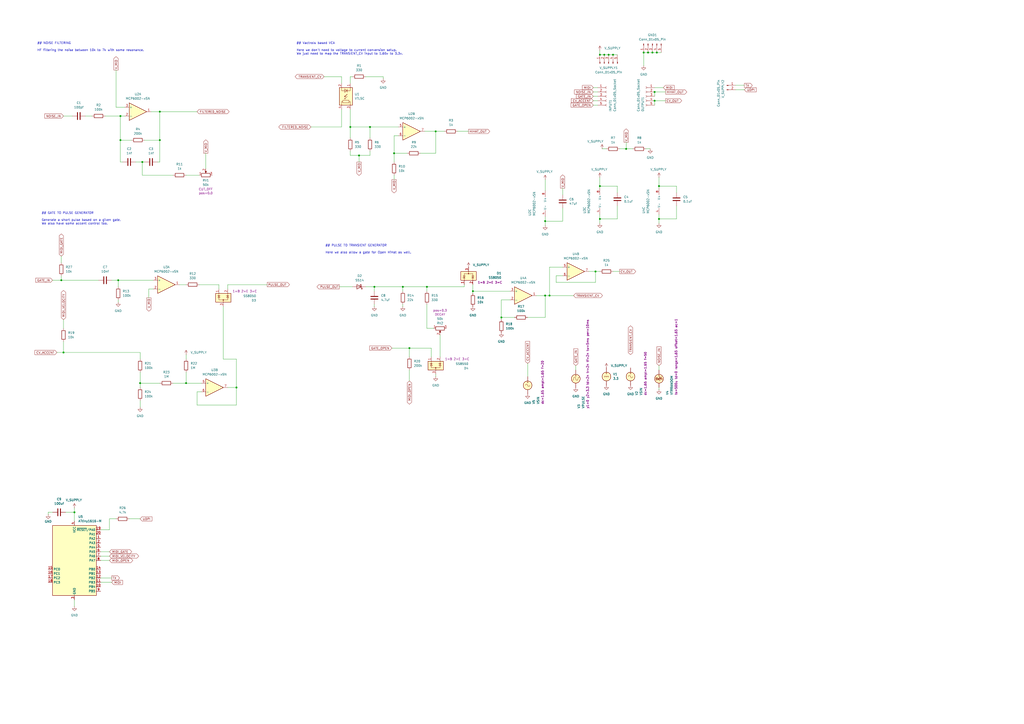
<source format=kicad_sch>
(kicad_sch (version 20231120) (generator "eeschema") (generator_version "8.0")
  (paper "A2")
  (junction (at 318.77 171.45))
  (junction (at 68.58 162.56))
  (junction (at 350.52 31.75))
  (junction (at 137.16 224.79))
  (junction (at 274.32 168.91))
  (junction (at 375.92 30.48))
  (junction (at 379.73 58.42))
  (junction (at 92.71 81.28))
  (junction (at 237.49 201.93))
  (junction (at 347.98 31.75))
  (junction (at 247.65 166.37))
  (junction (at 252.73 76.2))
  (junction (at 355.6 31.75))
  (junction (at 379.73 53.34))
  (junction (at 381 30.48))
  (junction (at 363.22 86.36))
  (junction (at 81.28 222.25))
  (junction (at 35.56 162.56))
  (junction (at 290.83 184.15))
  (junction (at 208.28 90.17))
  (junction (at 36.83 204.47))
  (junction (at 203.2 73.66))
  (junction (at 378.46 30.48))
  (junction (at 228.6 88.9))
  (junction (at 382.27 127))
  (junction (at 214.63 73.66))
  (junction (at 316.23 128.27))
  (junction (at 69.85 81.28))
  (junction (at 69.85 67.31))
  (junction (at 107.95 222.25))
  (junction (at 82.55 93.98))
  (junction (at 92.71 64.77))
  (junction (at 345.44 157.48))
  (junction (at 347.98 127))
  (junction (at 217.17 166.37))
  (junction (at 316.23 171.45))
  (junction (at 353.06 31.75))
  (junction (at 233.68 166.37))
  (junction (at 382.27 107.95))
  (junction (at 373.38 30.48))
  (junction (at 347.98 107.95))
  (junction (at 43.18 297.18))
  (wire (pts (xy 196.85 166.37) (xy 204.47 166.37)))
  (wire (pts (xy 382.27 107.95) (xy 382.27 109.22)))
  (wire (pts (xy 203.2 87.63) (xy 203.2 90.17)))
  (wire (pts (xy 252.73 218.44) (xy 252.73 217.17)))
  (wire (pts (xy 35.56 148.59) (xy 35.56 152.4)))
  (wire (pts (xy 326.39 154.94) (xy 318.77 154.94)))
  (wire (pts (xy 137.16 224.79) (xy 137.16 234.95)))
  (wire (pts (xy 68.58 175.26) (xy 68.58 173.99)))
  (wire (pts (xy 33.02 204.47) (xy 36.83 204.47)))
  (wire (pts (xy 392.43 119.38) (xy 392.43 127)))
  (wire (pts (xy 81.28 215.9) (xy 81.28 222.25)))
  (wire (pts (xy 74.93 300.99) (xy 81.28 300.99)))
  (wire (pts (xy 382.27 226.06) (xy 382.27 224.79)))
  (wire (pts (xy 392.43 111.76) (xy 392.43 107.95)))
  (wire (pts (xy 252.73 88.9) (xy 243.84 88.9)))
  (wire (pts (xy 35.56 162.56) (xy 57.15 162.56)))
  (wire (pts (xy 107.95 205.74) (xy 107.95 208.28)))
  (wire (pts (xy 81.28 222.25) (xy 81.28 224.79)))
  (wire (pts (xy 132.08 165.1) (xy 132.08 167.64)))
  (wire (pts (xy 228.6 88.9) (xy 228.6 78.74)))
  (wire (pts (xy 233.68 176.53) (xy 233.68 177.8)))
  (wire (pts (xy 298.45 184.15) (xy 290.83 184.15)))
  (wire (pts (xy 36.83 204.47) (xy 81.28 204.47)))
  (wire (pts (xy 58.42 335.28) (xy 64.77 335.28)))
  (wire (pts (xy 344.17 53.34) (xy 346.71 53.34)))
  (wire (pts (xy 316.23 128.27) (xy 316.23 130.81)))
  (wire (pts (xy 69.85 93.98) (xy 69.85 81.28)))
  (wire (pts (xy 250.19 201.93) (xy 250.19 207.01)))
  (wire (pts (xy 347.98 107.95) (xy 358.14 107.95)))
  (wire (pts (xy 344.17 60.96) (xy 346.71 60.96)))
  (wire (pts (xy 355.6 31.75) (xy 358.14 31.75)))
  (wire (pts (xy 379.73 53.34) (xy 386.08 53.34)))
  (wire (pts (xy 83.82 81.28) (xy 92.71 81.28)))
  (wire (pts (xy 316.23 171.45) (xy 318.77 171.45)))
  (wire (pts (xy 228.6 78.74) (xy 231.14 78.74)))
  (wire (pts (xy 326.39 120.65) (xy 326.39 128.27)))
  (wire (pts (xy 86.36 167.64) (xy 86.36 172.72)))
  (wire (pts (xy 76.2 81.28) (xy 69.85 81.28)))
  (wire (pts (xy 316.23 104.14) (xy 316.23 110.49)))
  (wire (pts (xy 347.98 31.75) (xy 350.52 31.75)))
  (wire (pts (xy 345.44 157.48) (xy 345.44 163.83)))
  (wire (pts (xy 358.14 111.76) (xy 358.14 107.95)))
  (wire (pts (xy 341.63 157.48) (xy 345.44 157.48)))
  (wire (pts (xy 212.09 166.37) (xy 217.17 166.37)))
  (wire (pts (xy 36.83 185.42) (xy 36.83 190.5)))
  (wire (pts (xy 58.42 322.58) (xy 63.5 322.58)))
  (wire (pts (xy 91.44 93.98) (xy 92.71 93.98)))
  (wire (pts (xy 27.94 297.18) (xy 27.94 298.45)))
  (wire (pts (xy 347.98 102.87) (xy 347.98 107.95)))
  (wire (pts (xy 237.49 201.93) (xy 250.19 201.93)))
  (wire (pts (xy 228.6 101.6) (xy 228.6 104.14)))
  (wire (pts (xy 326.39 113.03) (xy 326.39 109.22)))
  (wire (pts (xy 107.95 101.6) (xy 115.57 101.6)))
  (wire (pts (xy 358.14 119.38) (xy 358.14 127)))
  (wire (pts (xy 381 30.48) (xy 383.54 30.48)))
  (wire (pts (xy 100.33 101.6) (xy 82.55 101.6)))
  (wire (pts (xy 107.95 215.9) (xy 107.95 222.25)))
  (wire (pts (xy 316.23 184.15) (xy 316.23 171.45)))
  (wire (pts (xy 129.54 208.28) (xy 137.16 208.28)))
  (wire (pts (xy 363.22 82.55) (xy 363.22 86.36)))
  (wire (pts (xy 344.17 50.8) (xy 346.71 50.8)))
  (wire (pts (xy 363.22 86.36) (xy 367.03 86.36)))
  (wire (pts (xy 114.3 234.95) (xy 114.3 227.33)))
  (wire (pts (xy 203.2 90.17) (xy 208.28 90.17)))
  (wire (pts (xy 92.71 93.98) (xy 92.71 81.28)))
  (wire (pts (xy 53.34 67.31) (xy 49.53 67.31)))
  (wire (pts (xy 78.74 93.98) (xy 82.55 93.98)))
  (wire (pts (xy 318.77 154.94) (xy 318.77 171.45)))
  (wire (pts (xy 353.06 31.75) (xy 355.6 31.75)))
  (wire (pts (xy 198.12 73.66) (xy 198.12 63.5)))
  (wire (pts (xy 334.01 212.09) (xy 334.01 214.63)))
  (wire (pts (xy 137.16 208.28) (xy 137.16 224.79)))
  (wire (pts (xy 252.73 76.2) (xy 252.73 88.9)))
  (wire (pts (xy 222.25 44.45) (xy 212.09 44.45)))
  (wire (pts (xy 373.38 30.48) (xy 375.92 30.48)))
  (wire (pts (xy 347.98 124.46) (xy 347.98 127)))
  (wire (pts (xy 377.19 86.36) (xy 374.65 86.36)))
  (wire (pts (xy 379.73 50.8) (xy 384.81 50.8)))
  (wire (pts (xy 322.58 163.83) (xy 322.58 160.02)))
  (wire (pts (xy 72.39 62.23) (xy 67.31 62.23)))
  (wire (pts (xy 322.58 160.02) (xy 326.39 160.02)))
  (wire (pts (xy 114.3 227.33) (xy 116.84 227.33)))
  (wire (pts (xy 382.27 107.95) (xy 392.43 107.95)))
  (wire (pts (xy 217.17 168.91) (xy 217.17 166.37)))
  (wire (pts (xy 382.27 102.87) (xy 382.27 107.95)))
  (wire (pts (xy 344.17 55.88) (xy 346.71 55.88)))
  (wire (pts (xy 38.1 297.18) (xy 43.18 297.18)))
  (wire (pts (xy 373.38 30.48) (xy 373.38 38.1)))
  (wire (pts (xy 228.6 88.9) (xy 228.6 93.98)))
  (wire (pts (xy 92.71 64.77) (xy 87.63 64.77)))
  (wire (pts (xy 349.25 86.36) (xy 351.79 86.36)))
  (wire (pts (xy 208.28 90.17) (xy 208.28 93.98)))
  (wire (pts (xy 347.98 31.75) (xy 347.98 29.21)))
  (wire (pts (xy 231.14 73.66) (xy 214.63 73.66)))
  (wire (pts (xy 271.78 76.2) (xy 265.43 76.2)))
  (wire (pts (xy 69.85 67.31) (xy 72.39 67.31)))
  (wire (pts (xy 247.65 166.37) (xy 233.68 166.37)))
  (wire (pts (xy 379.73 53.34) (xy 379.73 55.88)))
  (wire (pts (xy 100.33 222.25) (xy 107.95 222.25)))
  (wire (pts (xy 68.58 162.56) (xy 64.77 162.56)))
  (wire (pts (xy 180.34 73.66) (xy 198.12 73.66)))
  (wire (pts (xy 290.83 184.15) (xy 290.83 185.42)))
  (wire (pts (xy 217.17 177.8) (xy 217.17 176.53)))
  (wire (pts (xy 208.28 90.17) (xy 214.63 90.17)))
  (wire (pts (xy 30.48 297.18) (xy 27.94 297.18)))
  (wire (pts (xy 60.96 67.31) (xy 69.85 67.31)))
  (wire (pts (xy 119.38 88.9) (xy 119.38 97.79)))
  (wire (pts (xy 107.95 222.25) (xy 116.84 222.25)))
  (wire (pts (xy 30.48 162.56) (xy 35.56 162.56)))
  (wire (pts (xy 35.56 160.02) (xy 35.56 162.56)))
  (wire (pts (xy 36.83 198.12) (xy 36.83 204.47)))
  (wire (pts (xy 382.27 212.09) (xy 382.27 214.63)))
  (wire (pts (xy 154.94 165.1) (xy 132.08 165.1)))
  (wire (pts (xy 63.5 300.99) (xy 67.31 300.99)))
  (wire (pts (xy 43.18 297.18) (xy 43.18 302.26)))
  (wire (pts (xy 378.46 30.48) (xy 381 30.48)))
  (wire (pts (xy 214.63 73.66) (xy 214.63 80.01)))
  (wire (pts (xy 137.16 234.95) (xy 114.3 234.95)))
  (wire (pts (xy 306.07 210.82) (xy 306.07 218.44)))
  (wire (pts (xy 132.08 224.79) (xy 137.16 224.79)))
  (wire (pts (xy 81.28 232.41) (xy 81.28 236.22)))
  (wire (pts (xy 203.2 73.66) (xy 214.63 73.66)))
  (wire (pts (xy 247.65 166.37) (xy 269.24 166.37)))
  (wire (pts (xy 344.17 58.42) (xy 346.71 58.42)))
  (wire (pts (xy 88.9 167.64) (xy 86.36 167.64)))
  (wire (pts (xy 233.68 168.91) (xy 233.68 166.37)))
  (wire (pts (xy 81.28 222.25) (xy 92.71 222.25)))
  (wire (pts (xy 252.73 76.2) (xy 257.81 76.2)))
  (wire (pts (xy 379.73 58.42) (xy 379.73 60.96)))
  (wire (pts (xy 318.77 171.45) (xy 332.74 171.45)))
  (wire (pts (xy 237.49 207.01) (xy 237.49 201.93)))
  (wire (pts (xy 82.55 101.6) (xy 82.55 93.98)))
  (wire (pts (xy 345.44 163.83) (xy 322.58 163.83)))
  (wire (pts (xy 127 165.1) (xy 127 167.64)))
  (wire (pts (xy 58.42 307.34) (xy 63.5 307.34)))
  (wire (pts (xy 274.32 168.91) (xy 274.32 170.18)))
  (wire (pts (xy 269.24 165.1) (xy 269.24 166.37)))
  (wire (pts (xy 222.25 45.72) (xy 222.25 44.45)))
  (wire (pts (xy 290.83 173.99) (xy 295.91 173.99)))
  (wire (pts (xy 187.96 44.45) (xy 198.12 44.45)))
  (wire (pts (xy 326.39 128.27) (xy 316.23 128.27)))
  (wire (pts (xy 379.73 58.42) (xy 386.08 58.42)))
  (wire (pts (xy 247.65 168.91) (xy 247.65 166.37)))
  (wire (pts (xy 81.28 204.47) (xy 81.28 208.28)))
  (wire (pts (xy 82.55 93.98) (xy 83.82 93.98)))
  (wire (pts (xy 63.5 307.34) (xy 63.5 300.99)))
  (wire (pts (xy 251.46 190.5) (xy 247.65 190.5)))
  (wire (pts (xy 382.27 127) (xy 382.27 129.54)))
  (wire (pts (xy 316.23 125.73) (xy 316.23 128.27)))
  (wire (pts (xy 347.98 107.95) (xy 347.98 109.22)))
  (wire (pts (xy 392.43 127) (xy 382.27 127)))
  (wire (pts (xy 227.33 201.93) (xy 237.49 201.93)))
  (wire (pts (xy 255.27 194.31) (xy 255.27 207.01)))
  (wire (pts (xy 290.83 184.15) (xy 290.83 173.99)))
  (wire (pts (xy 350.52 31.75) (xy 353.06 31.75)))
  (wire (pts (xy 347.98 157.48) (xy 345.44 157.48)))
  (wire (pts (xy 382.27 124.46) (xy 382.27 127)))
  (wire (pts (xy 115.57 165.1) (xy 127 165.1)))
  (wire (pts (xy 203.2 63.5) (xy 203.2 73.66)))
  (wire (pts (xy 237.49 214.63) (xy 237.49 220.98)))
  (wire (pts (xy 67.31 40.64) (xy 67.31 62.23)))
  (wire (pts (xy 426.72 52.07) (xy 431.8 52.07)))
  (wire (pts (xy 359.41 86.36) (xy 363.22 86.36)))
  (wire (pts (xy 129.54 177.8) (xy 129.54 208.28)))
  (wire (pts (xy 426.72 49.53) (xy 431.8 49.53)))
  (wire (pts (xy 58.42 325.12) (xy 63.5 325.12)))
  (wire (pts (xy 295.91 168.91) (xy 274.32 168.91)))
  (wire (pts (xy 355.6 157.48) (xy 359.41 157.48)))
  (wire (pts (xy 203.2 73.66) (xy 203.2 80.01)))
  (wire (pts (xy 36.83 67.31) (xy 41.91 67.31)))
  (wire (pts (xy 58.42 320.04) (xy 63.5 320.04)))
  (wire (pts (xy 358.14 127) (xy 347.98 127)))
  (wire (pts (xy 347.98 127) (xy 347.98 129.54)))
  (wire (pts (xy 214.63 90.17) (xy 214.63 87.63)))
  (wire (pts (xy 68.58 166.37) (xy 68.58 162.56)))
  (wire (pts (xy 204.47 44.45) (xy 203.2 44.45)))
  (wire (pts (xy 107.95 165.1) (xy 104.14 165.1)))
  (wire (pts (xy 203.2 44.45) (xy 203.2 48.26)))
  (wire (pts (xy 246.38 76.2) (xy 252.73 76.2)))
  (wire (pts (xy 233.68 166.37) (xy 217.17 166.37)))
  (wire (pts (xy 68.58 162.56) (xy 88.9 162.56)))
  (wire (pts (xy 92.71 64.77) (xy 114.3 64.77)))
  (wire (pts (xy 43.18 347.98) (xy 43.18 351.79)))
  (wire (pts (xy 69.85 81.28) (xy 69.85 67.31)))
  (wire (pts (xy 198.12 44.45) (xy 198.12 48.26)))
  (wire (pts (xy 58.42 337.82) (xy 64.77 337.82)))
  (wire (pts (xy 43.18 294.64) (xy 43.18 297.18)))
  (wire (pts (xy 71.12 93.98) (xy 69.85 93.98)))
  (wire (pts (xy 316.23 171.45) (xy 311.15 171.45)))
  (wire (pts (xy 375.92 30.48) (xy 378.46 30.48)))
  (wire (pts (xy 92.71 81.28) (xy 92.71 64.77)))
  (wire (pts (xy 306.07 184.15) (xy 316.23 184.15)))
  (wire (pts (xy 236.22 88.9) (xy 228.6 88.9)))
  (wire (pts (xy 247.65 176.53) (xy 247.65 190.5)))
  (wire (pts (xy 274.32 165.1) (xy 274.32 168.91)))
  (text "## NOISE FILTERING\n\nHF filtering the noise between 10k to 7k with some resonance." (at 21.59 27.178 0) (effects (font (size 1.27 1.27)) (justify left)))
  (text "## Vactrols based VCA\n\nHere we don't need to voltage to current conversion setup.\nWe just need to map the TRANSIENT_CV input to 1.65v to 3.3v. " (at 171.958 28.194 0) (effects (font (size 1.27 1.27)) (justify left)))
  (text "## GATE TO PULSE GENERATOR\n\nGenerate a short pulse based on a given gate.\nWe also have some accent control too." (at 24.13 126.746 0) (effects (font (size 1.27 1.27)) (justify left)))
  (text "## PULSE TO TRANSIENT GENERATOR\n\nHere we also allow a gate for Open HiHat as well." (at 188.722 144.526 0) (effects (font (size 1.27 1.27)) (justify left)))
  (global_label "NOISE_IN" (shape input) (at 382.27 212.09 90) (property "Intersheetrefs" "${INTERSHEET_REFS}" (effects (hide yes))))
  (global_label "V_MID" (shape output) (at 119.38 88.9 90) (property "Intersheetrefs" "${INTERSHEET_REFS}" (effects (hide yes))))
  (global_label "TRANSIENT_CV" (shape bidirectional) (at 187.96 44.45 180) (property "Intersheetrefs" "${INTERSHEET_REFS}" (effects (hide yes))))
  (global_label "V_MID" (shape output) (at 67.31 40.64 90) (property "Intersheetrefs" "${INTERSHEET_REFS}" (effects (hide yes))))
  (global_label "MIDI_VELOCITY" (shape bidirectional) (at 36.83 185.42 90) (property "Intersheetrefs" "${INTERSHEET_REFS}" (effects (hide yes))))
  (global_label "CV_OUT" (shape output) (at 359.41 157.48 0) (property "Intersheetrefs" "${INTERSHEET_REFS}" (effects (hide yes))))
  (global_label "GATE_IN" (shape input) (at 344.17 55.88 180) (property "Intersheetrefs" "${INTERSHEET_REFS}" (effects (hide yes))))
  (global_label "UDPI" (shape input) (at 431.8 52.07 0) (property "Intersheetrefs" "${INTERSHEET_REFS}" (effects (hide yes))))
  (global_label "MIDI_GATE" (shape bidirectional) (at 63.5 320.04 0) (property "Intersheetrefs" "${INTERSHEET_REFS}" (effects (hide yes))))
  (global_label "CV_ACCENT" (shape input) (at 306.07 210.82 90) (property "Intersheetrefs" "${INTERSHEET_REFS}" (effects (hide yes))))
  (global_label "GATE_IN" (shape input) (at 30.48 162.56 180) (property "Intersheetrefs" "${INTERSHEET_REFS}" (effects (hide yes))))
  (global_label "UDPI" (shape input) (at 81.28 300.99 0) (property "Intersheetrefs" "${INTERSHEET_REFS}" (effects (hide yes))))
  (global_label "MIDI_GATE" (shape bidirectional) (at 35.56 148.59 90) (property "Intersheetrefs" "${INTERSHEET_REFS}" (effects (hide yes))))
  (global_label "MIDI_OPEN" (shape bidirectional) (at 237.49 220.98 270) (property "Intersheetrefs" "${INTERSHEET_REFS}" (effects (hide yes))))
  (global_label "TX" (shape output) (at 431.8 49.53 0) (property "Intersheetrefs" "${INTERSHEET_REFS}" (effects (hide yes))))
  (global_label "V_MID" (shape output) (at 228.6 104.14 270) (property "Intersheetrefs" "${INTERSHEET_REFS}" (effects (hide yes))))
  (global_label "GATE_OPEN" (shape input) (at 227.33 201.93 180) (property "Intersheetrefs" "${INTERSHEET_REFS}" (effects (hide yes))))
  (global_label "NOISE_IN" (shape input) (at 36.83 67.31 180) (property "Intersheetrefs" "${INTERSHEET_REFS}" (effects (hide yes))))
  (global_label "HIHAT_OUT" (shape output) (at 271.78 76.2 0) (property "Intersheetrefs" "${INTERSHEET_REFS}" (effects (hide yes))))
  (global_label "V_MID" (shape output) (at 326.39 109.22 90) (property "Intersheetrefs" "${INTERSHEET_REFS}" (effects (hide yes))))
  (global_label "GATE_OPEN" (shape input) (at 344.17 60.96 180) (property "Intersheetrefs" "${INTERSHEET_REFS}" (effects (hide yes))))
  (global_label "FILTERED_NOISE" (shape bidirectional) (at 180.34 73.66 180) (property "Intersheetrefs" "${INTERSHEET_REFS}" (effects (hide yes))))
  (global_label "CV_OUT" (shape output) (at 386.08 58.42 0) (property "Intersheetrefs" "${INTERSHEET_REFS}" (effects (hide yes))))
  (global_label "GATE_IN" (shape input) (at 334.01 212.09 90) (property "Intersheetrefs" "${INTERSHEET_REFS}" (effects (hide yes))))
  (global_label "PULSE_OUT" (shape output) (at 154.94 165.1 0) (property "Intersheetrefs" "${INTERSHEET_REFS}" (effects (hide yes))))
  (global_label "CV_ACCENT" (shape input) (at 33.02 204.47 180) (property "Intersheetrefs" "${INTERSHEET_REFS}" (effects (hide yes))))
  (global_label "TRANSIENT_CV" (shape bidirectional) (at 332.74 171.45 0) (property "Intersheetrefs" "${INTERSHEET_REFS}" (effects (hide yes))))
  (global_label "MIDI_OPEN" (shape bidirectional) (at 63.5 325.12 0) (property "Intersheetrefs" "${INTERSHEET_REFS}" (effects (hide yes))))
  (global_label "PULSE_OUT" (shape output) (at 196.85 166.37 180) (property "Intersheetrefs" "${INTERSHEET_REFS}" (effects (hide yes))))
  (global_label "FILTERED_NOISE" (shape bidirectional) (at 114.3 64.77 0) (property "Intersheetrefs" "${INTERSHEET_REFS}" (effects (hide yes))))
  (global_label "MIDI_VELOCITY" (shape bidirectional) (at 63.5 322.58 0) (property "Intersheetrefs" "${INTERSHEET_REFS}" (effects (hide yes))))
  (global_label "V_MID" (shape output) (at 86.36 172.72 270) (property "Intersheetrefs" "${INTERSHEET_REFS}" (effects (hide yes))))
  (global_label "MIDI" (shape input) (at 344.17 50.8 180) (property "Intersheetrefs" "${INTERSHEET_REFS}" (effects (hide yes))))
  (global_label "CV_ACCENT" (shape input) (at 344.17 58.42 180) (property "Intersheetrefs" "${INTERSHEET_REFS}" (effects (hide yes))))
  (global_label "MIDI" (shape input) (at 384.81 50.8 0) (property "Intersheetrefs" "${INTERSHEET_REFS}" (effects (hide yes))))
  (global_label "TX" (shape output) (at 64.77 335.28 0) (property "Intersheetrefs" "${INTERSHEET_REFS}" (effects (hide yes))))
  (global_label "V_MID" (shape output) (at 363.22 82.55 90) (property "Intersheetrefs" "${INTERSHEET_REFS}" (effects (hide yes))))
  (global_label "MIDI" (shape input) (at 64.77 337.82 0) (property "Intersheetrefs" "${INTERSHEET_REFS}" (effects (hide yes))))
  (global_label "HIHAT_OUT" (shape output) (at 386.08 53.34 0) (property "Intersheetrefs" "${INTERSHEET_REFS}" (effects (hide yes))))
  (global_label "TRANSIENT_CV" (shape bidirectional) (at 365.76 205.74 90) (property "Intersheetrefs" "${INTERSHEET_REFS}" (effects (hide yes))))
  (global_label "NOISE_IN" (shape input) (at 344.17 53.34 180) (property "Intersheetrefs" "${INTERSHEET_REFS}" (effects (hide yes))))
  (global_label "V_MID" (shape output) (at 208.28 93.98 270) (property "Intersheetrefs" "${INTERSHEET_REFS}" (effects (hide yes))))
  (symbol (lib_id "Device:R") (at 68.58 170.18 180) (unit 1)
    (property "Reference" "R13" (at 71.12 168.9099 0) (effects (justify right)))
    (property "Value" "100k" (at 71.12 171.4499 0) (effects (justify right)))
    (property "Footprint" "Resistor_SMD:R_0402_1005Metric" (effects (hide yes)))
    (property "Description" "Resistor" (effects (hide yes)))
  )
  (symbol (lib_id "Amplifier_Operational:MCP6002-xSN") (at 124.46 224.79 0) (unit 2)
    (property "Reference" "U3" (at 124.46 214.63 0))
    (property "Value" "MCP6002-xSN" (at 124.46 217.17 0))
    (property "Footprint" "Package_SO:SOIC-8-1EP_3.9x4.9mm_P1.27mm_EP2.29x3mm" (effects (hide yes)))
    (property "Datasheet" "http://ww1.microchip.com/downloads/en/DeviceDoc/21733j.pdf" (effects (hide yes)))
    (property "Description" "1MHz, Low-Power Op Amp, SOIC-8" (effects (hide yes)))
    (property "Sim.Library" "${KICAD8_SYMBOL_DIR}/Simulation_SPICE.sp" (effects (hide yes)))
    (property "Sim.Name" "kicad_builtin_opamp_dual" (effects (hide yes)))
    (property "Sim.Device" "SUBCKT" (effects (hide yes)))
    (property "Sim.Pins" "1=out1 2=in1- 3=in1+ 4=vee 5=in2+ 6=in2- 7=out2 8=vcc" (effects (hide yes)))
  )
  (symbol (lib_id "Device:R") (at 355.6 86.36 90) (unit 1)
    (property "Reference" "R7" (at 355.6 80.01 90))
    (property "Value" "1k" (at 355.6 82.55 90))
    (property "Footprint" "Resistor_SMD:R_0402_1005Metric" (effects (hide yes)))
    (property "Description" "Resistor" (effects (hide yes)))
  )
  (symbol (lib_id "power:GND") (at 81.28 236.22 0) (unit 1)
    (property "Reference" "#PWR029" (effects (hide yes)))
    (property "Value" "GND" (at 81.28 241.3 0))
    (property "Description" "Power symbol creates a global label with name \"GND\" , ground" (effects (hide yes)))
  )
  (symbol (lib_id "Device:R") (at 208.28 44.45 90) (unit 1)
    (property "Reference" "R1" (at 208.28 38.1 90))
    (property "Value" "330" (at 208.28 40.64 90))
    (property "Footprint" "Resistor_SMD:R_0402_1005Metric" (effects (hide yes)))
    (property "Description" "Resistor" (effects (hide yes)))
  )
  (symbol (lib_id "Simulation_SPICE:VDC") (at 351.79 218.44 0) (unit 1) (on_board no)
    (property "Reference" "V1" (at 355.6 217.0401 0) (effects (justify left)))
    (property "Value" "3.3" (at 355.6 219.5801 0) (effects (justify left)))
    (property "Datasheet" "https://ngspice.sourceforge.io/docs/ngspice-html-manual/manual.xhtml#sec_Independent_Sources_for" (effects (hide yes)))
    (property "Description" "Voltage source, DC" (effects (hide yes)))
    (property "Sim.Pins" "1=+ 2=-" (effects (hide yes)))
    (property "Sim.Type" "DC" (effects (hide yes)))
    (property "Sim.Device" "V" (effects (hide yes)))
  )
  (symbol (lib_id "Device:R") (at 80.01 81.28 90) (unit 1)
    (property "Reference" "R4" (at 80.01 74.93 90))
    (property "Value" "200k" (at 80.01 77.47 90))
    (property "Footprint" "Resistor_SMD:R_0402_1005Metric" (effects (hide yes)))
    (property "Description" "Resistor" (effects (hide yes)))
  )
  (symbol (lib_id "Device:R") (at 214.63 83.82 180) (unit 1)
    (property "Reference" "R6" (at 217.17 82.5499 0) (effects (justify right)))
    (property "Value" "330" (at 217.17 85.0899 0) (effects (justify right)))
    (property "Footprint" "Resistor_SMD:R_0402_1005Metric" (effects (hide yes)))
    (property "Description" "Resistor" (effects (hide yes)))
  )
  (symbol (lib_id "Device:C") (at 34.29 297.18 90) (unit 1)
    (property "Reference" "C9" (at 34.29 289.56 90))
    (property "Value" "100uf" (at 34.29 292.1 90))
    (property "Footprint" "Capacitor_SMD:C_1206_3216Metric" (effects (hide yes)))
    (property "Description" "Unpolarized capacitor" (effects (hide yes)))
  )
  (symbol (lib_id "power:+5V") (at 316.23 104.14 0) (unit 1)
    (property "Reference" "#PWR08" (effects (hide yes)))
    (property "Value" "V_SUPPLY" (at 311.15 99.568 0) (effects (justify left)))
    (property "Description" "Power symbol creates a global label with name \"+5V\"" (effects (hide yes)))
  )
  (symbol (lib_id "power:GND") (at 347.98 129.54 0) (unit 1)
    (property "Reference" "#PWR09" (effects (hide yes)))
    (property "Value" "GND" (at 347.98 134.62 0))
    (property "Description" "Power symbol creates a global label with name \"GND\" , ground" (effects (hide yes)))
  )
  (symbol (lib_id "Connector:Conn_01x02_Pin") (at 421.64 49.53 0) (unit 1)
    (property "Reference" "V_SUPPLY2" (at 419.354 46.228 90) (effects (justify right)))
    (property "Value" "Conn_01x05_Pin" (at 416.814 46.228 90) (effects (justify right)))
    (property "Footprint" "BreadModular_MISC:Conn_Holes_2" (effects (hide yes)))
    (property "Description" "Generic connector, single row, 01x02, script generated" (effects (hide yes)))
  )
  (symbol (lib_id "Connector:Conn_01x05_Pin") (at 353.06 36.83 90) (unit 1) (exclude_from_sim yes)
    (property "Reference" "V_SUPPLY1" (at 353.06 39.37 90))
    (property "Value" "Conn_01x05_Pin" (at 353.06 41.91 90))
    (property "Footprint" "BreadModular_MISC:Power_Connector" (effects (hide yes)))
    (property "Description" "Generic connector, single row, 01x05, script generated" (effects (hide yes)))
  )
  (symbol (lib_id "Amplifier_Operational:MCP6002-xSN") (at 303.53 171.45 0) (unit 1)
    (property "Reference" "U4" (at 303.53 161.29 0))
    (property "Value" "MCP6002-xSN" (at 303.53 163.83 0))
    (property "Footprint" "Package_SO:SOIC-8-1EP_3.9x4.9mm_P1.27mm_EP2.29x3mm" (effects (hide yes)))
    (property "Datasheet" "http://ww1.microchip.com/downloads/en/DeviceDoc/21733j.pdf" (effects (hide yes)))
    (property "Description" "1MHz, Low-Power Op Amp, SOIC-8" (effects (hide yes)))
    (property "Sim.Library" "${KICAD8_SYMBOL_DIR}/Simulation_SPICE.sp" (effects (hide yes)))
    (property "Sim.Name" "kicad_builtin_opamp_dual" (effects (hide yes)))
    (property "Sim.Device" "SUBCKT" (effects (hide yes)))
    (property "Sim.Pins" "1=out1 2=in1- 3=in1+ 4=vee 5=in2+ 6=in2- 7=out2 8=vcc" (effects (hide yes)))
  )
  (symbol (lib_id "Power_Protection:ESDA5V3L") (at 129.54 172.72 0) (unit 1)
    (property "Reference" "D3" (at 148.59 174.2441 0) (effects (justify right)))
    (property "Value" "SS8050" (at 148.59 171.7041 0) (effects (justify right)))
    (property "Footprint" "Package_TO_SOT_SMD:SOT-23" (effects (hide yes)))
    (property "Datasheet" "https://www.st.com/resource/en/datasheet/esdal.pdf" (effects (hide yes)))
    (property "Description" "TVS Diode Array, 5.5V Standoff, 2 Channels, SOT23" (effects (hide yes)))
    (property "Sim.Device" "NPN" (effects (hide yes)))
    (property "Sim.Type" "GUMMELPOON" (effects (hide yes)))
    (property "Sim.Pins" "1=B 2=E 3=C" (at 141.986 168.91 0))
  )
  (symbol (lib_id "Device:C") (at 60.96 162.56 90) (unit 1)
    (property "Reference" "C7" (at 60.96 154.94 90))
    (property "Value" "10nf" (at 60.96 157.48 90))
    (property "Footprint" "Capacitor_SMD:C_0402_1005Metric" (effects (hide yes)))
    (property "Description" "Unpolarized capacitor" (effects (hide yes)))
  )
  (symbol (lib_id "Device:C") (at 87.63 93.98 90) (unit 1)
    (property "Reference" "C3" (at 87.63 86.36 90))
    (property "Value" "1nf" (at 87.63 88.9 90))
    (property "Footprint" "Capacitor_SMD:C_0402_1005Metric" (effects (hide yes)))
    (property "Description" "Unpolarized capacitor" (effects (hide yes)))
  )
  (symbol (lib_id "Device:C") (at 45.72 67.31 90) (unit 1)
    (property "Reference" "C1" (at 45.72 59.69 90))
    (property "Value" "100pf" (at 45.72 62.23 90))
    (property "Footprint" "Capacitor_SMD:C_0402_1005Metric" (effects (hide yes)))
    (property "Description" "Unpolarized capacitor" (effects (hide yes)))
  )
  (symbol (lib_id "Simulation_SPICE:VTRRANDOM") (at 382.27 219.71 0) (unit 1) (on_board no)
    (property "Reference" "V4" (at 387.096 229.108 90) (effects (justify left)))
    (property "Value" "VTRRANDOM" (at 389.636 229.108 90) (effects (justify left)))
    (property "Datasheet" "https://ngspice.sourceforge.io/docs/ngspice-html-manual/manual.xhtml#subsec_Random_voltage_source" (effects (hide yes)))
    (property "Description" "Voltage source, random noise" (effects (hide yes)))
    (property "Sim.Pins" "1=+ 2=-" (effects (hide yes)))
    (property "Sim.Params" "ts=500u td=0 range=1.65 offset=1.65 ac=1" (at 392.176 229.108 90) (effects (justify left)))
    (property "Sim.Type" "RANDUNIFORM" (effects (hide yes)))
    (property "Sim.Device" "V" (effects (hide yes)))
  )
  (symbol (lib_id "Device:R") (at 203.2 83.82 180) (unit 1)
    (property "Reference" "R5" (at 205.74 82.5499 0) (effects (justify right)))
    (property "Value" "330" (at 205.74 85.0899 0) (effects (justify right)))
    (property "Footprint" "Resistor_SMD:R_0402_1005Metric" (effects (hide yes)))
    (property "Description" "Resistor" (effects (hide yes)))
  )
  (symbol (lib_id "power:GND") (at 382.27 129.54 0) (unit 1)
    (property "Reference" "#PWR010" (effects (hide yes)))
    (property "Value" "GND" (at 382.27 134.62 0))
    (property "Description" "Power symbol creates a global label with name \"GND\" , ground" (effects (hide yes)))
  )
  (symbol (lib_id "power:GND") (at 290.83 193.04 0) (unit 1)
    (property "Reference" "#PWR018" (effects (hide yes)))
    (property "Value" "GND" (at 290.83 198.12 0))
    (property "Description" "Power symbol creates a global label with name \"GND\" , ground" (effects (hide yes)))
  )
  (symbol (lib_id "power:+5V") (at 351.79 213.36 0) (unit 1)
    (property "Reference" "#PWR021" (effects (hide yes)))
    (property "Value" "V_SUPPLY" (at 354.33 212.0899 0) (effects (justify left)))
    (property "Description" "Power symbol creates a global label with name \"+5V\"" (effects (hide yes)))
  )
  (symbol (lib_id "power:GND") (at 43.18 351.79 0) (unit 1)
    (property "Reference" "#PWR020" (effects (hide yes)))
    (property "Value" "GND" (at 43.18 356.87 0))
    (property "Description" "Power symbol creates a global label with name \"GND\" , ground" (effects (hide yes)))
  )
  (symbol (lib_id "Simulation_SPICE:VPULSE") (at 334.01 219.71 0) (unit 1) (on_board no)
    (property "Reference" "V3" (at 335.788 236.982 90) (effects (justify left)))
    (property "Value" "VPULSE" (at 338.328 236.982 90) (effects (justify left)))
    (property "Datasheet" "https://ngspice.sourceforge.io/docs/ngspice-html-manual/manual.xhtml#sec_Independent_Sources_for" (effects (hide yes)))
    (property "Description" "Voltage source, pulse" (effects (hide yes)))
    (property "Sim.Pins" "1=+ 2=-" (effects (hide yes)))
    (property "Sim.Type" "PULSE" (effects (hide yes)))
    (property "Sim.Device" "V" (effects (hide yes)))
    (property "Sim.Params" "y1=0 y2=3.3 td=2n tr=2n tf=2n tw=5ms per=10ms" (at 340.868 236.982 90) (effects (justify left)))
  )
  (symbol (lib_id "Device:R_Potentiometer") (at 255.27 190.5 90) (mirror x) (unit 1)
    (property "Reference" "RV2" (at 255.27 187.452 90))
    (property "Value" "50k" (at 255.27 184.912 90))
    (property "Footprint" "BreadModular_Pots:Potentiometer_RV09" (effects (hide yes)))
    (property "Description" "Potentiometer" (effects (hide yes)))
    (property "Sim.Device" "R" (effects (hide yes)))
    (property "Sim.Type" "POT" (effects (hide yes)))
    (property "Sim.Pins" "1=r0 2=wiper 3=r1" (effects (hide yes)))
    (property "Sim.Params" "pos=0.3" (at 255.27 180.086 90))
    (property "Comment" "DECAY" (at 255.27 182.372 90))
  )
  (symbol (lib_id "Device:R") (at 240.03 88.9 90) (unit 1)
    (property "Reference" "R9" (at 240.03 82.55 90))
    (property "Value" "22k" (at 240.03 85.09 90))
    (property "Footprint" "Resistor_SMD:R_0402_1005Metric" (effects (hide yes)))
    (property "Description" "Resistor" (effects (hide yes)))
  )
  (symbol (lib_id "Device:R") (at 104.14 101.6 270) (unit 1)
    (property "Reference" "R11" (at 104.14 95.25 90))
    (property "Value" "1k" (at 104.14 97.79 90))
    (property "Footprint" "Resistor_SMD:R_0402_1005Metric" (effects (hide yes)))
    (property "Description" "Resistor" (effects (hide yes)))
  )
  (symbol (lib_id "power:+5V") (at 347.98 102.87 0) (unit 1)
    (property "Reference" "#PWR06" (effects (hide yes)))
    (property "Value" "V_SUPPLY" (at 342.9 98.298 0) (effects (justify left)))
    (property "Description" "Power symbol creates a global label with name \"+5V\"" (effects (hide yes)))
  )
  (symbol (lib_id "Simulation_SPICE:VSIN") (at 365.76 218.44 0) (unit 1) (on_board no)
    (property "Reference" "V2" (at 369.316 229.362 90) (effects (justify left)))
    (property "Value" "VSIN" (at 371.856 229.362 90) (effects (justify left)))
    (property "Datasheet" "https://ngspice.sourceforge.io/docs/ngspice-html-manual/manual.xhtml#sec_Independent_Sources_for" (effects (hide yes)))
    (property "Description" "Voltage source, sinusoidal" (effects (hide yes)))
    (property "Sim.Pins" "1=+ 2=-" (effects (hide yes)))
    (property "Sim.Params" "dc=1.65 ampl=1.65 f=50" (at 374.396 229.362 90) (effects (justify left)))
    (property "Sim.Type" "SIN" (effects (hide yes)))
    (property "Sim.Device" "V" (effects (hide yes)))
  )
  (symbol (lib_id "power:+5V") (at 347.98 29.21 0) (unit 1)
    (property "Reference" "#PWR01" (effects (hide yes)))
    (property "Value" "V_SUPPLY" (at 350.52 27.9399 0) (effects (justify left)))
    (property "Description" "Power symbol creates a global label with name \"+5V\"" (effects (hide yes)))
  )
  (symbol (lib_id "power:GND") (at 373.38 38.1 0) (unit 1)
    (property "Reference" "#PWR02" (effects (hide yes)))
    (property "Value" "GND" (at 373.38 43.18 0))
    (property "Description" "Power symbol creates a global label with name \"GND\" , ground" (effects (hide yes)))
  )
  (symbol (lib_id "Device:R") (at 81.28 212.09 180) (unit 1)
    (property "Reference" "R21" (at 83.82 210.8199 0) (effects (justify right)))
    (property "Value" "100k" (at 83.82 213.3599 0) (effects (justify right)))
    (property "Footprint" "Resistor_SMD:R_0402_1005Metric" (effects (hide yes)))
    (property "Description" "Resistor" (effects (hide yes)))
  )
  (symbol (lib_id "Device:R") (at 237.49 210.82 180) (unit 1)
    (property "Reference" "R20" (at 240.03 209.5499 0) (effects (justify right)))
    (property "Value" "200k" (at 240.03 212.0899 0) (effects (justify right)))
    (property "Footprint" "Resistor_SMD:R_0402_1005Metric" (effects (hide yes)))
    (property "Description" "Resistor" (effects (hide yes)))
  )
  (symbol (lib_id "power:+5V") (at 43.18 294.64 0) (unit 1)
    (property "Reference" "#PWR030" (effects (hide yes)))
    (property "Value" "V_SUPPLY" (at 38.1 290.068 0) (effects (justify left)))
    (property "Description" "Power symbol creates a global label with name \"+5V\"" (effects (hide yes)))
  )
  (symbol (lib_id "Amplifier_Operational:MCP6002-xSN") (at 384.81 116.84 0) (unit 3)
    (property "Reference" "U4" (at 373.38 123.952 90) (effects (justify left)))
    (property "Value" "MCP6002-xSN" (at 375.92 123.952 90) (effects (justify left)))
    (property "Footprint" "Package_SO:SOIC-8-1EP_3.9x4.9mm_P1.27mm_EP2.29x3mm" (effects (hide yes)))
    (property "Datasheet" "http://ww1.microchip.com/downloads/en/DeviceDoc/21733j.pdf" (effects (hide yes)))
    (property "Description" "1MHz, Low-Power Op Amp, SOIC-8" (effects (hide yes)))
    (property "Sim.Library" "${KICAD8_SYMBOL_DIR}/Simulation_SPICE.sp" (effects (hide yes)))
    (property "Sim.Name" "kicad_builtin_opamp_dual" (effects (hide yes)))
    (property "Sim.Device" "SUBCKT" (effects (hide yes)))
    (property "Sim.Pins" "1=out1 2=in1- 3=in1+ 4=vee 5=in2+ 6=in2- 7=out2 8=vcc" (effects (hide yes)))
  )
  (symbol (lib_id "power:GND") (at 222.25 45.72 0) (unit 1)
    (property "Reference" "#PWR03" (effects (hide yes)))
    (property "Value" "GND" (at 222.25 50.8 0))
    (property "Description" "Power symbol creates a global label with name \"GND\" , ground" (effects (hide yes)))
  )
  (symbol (lib_id "power:GND") (at 27.94 298.45 0) (unit 1)
    (property "Reference" "#PWR031" (effects (hide yes)))
    (property "Value" "GND" (at 27.94 302.514 0))
    (property "Description" "Power symbol creates a global label with name \"GND\" , ground" (effects (hide yes)))
  )
  (symbol (lib_id "Device:C") (at 326.39 116.84 180) (unit 1)
    (property "Reference" "C6" (at 330.2 115.5699 0) (effects (justify right)))
    (property "Value" "47uf" (at 330.2 118.1099 0) (effects (justify right)))
    (property "Footprint" "Capacitor_SMD:C_0805_2012Metric" (effects (hide yes)))
    (property "Description" "Unpolarized capacitor" (effects (hide yes)))
  )
  (symbol (lib_id "power:GND") (at 365.76 223.52 0) (unit 1)
    (property "Reference" "#PWR025" (effects (hide yes)))
    (property "Value" "GND" (at 365.76 228.6 0))
    (property "Description" "Power symbol creates a global label with name \"GND\" , ground" (effects (hide yes)))
  )
  (symbol (lib_id "Device:R") (at 228.6 97.79 180) (unit 1)
    (property "Reference" "R10" (at 231.14 96.5199 0) (effects (justify right)))
    (property "Value" "10k" (at 231.14 99.0599 0) (effects (justify right)))
    (property "Footprint" "Resistor_SMD:R_0402_1005Metric" (effects (hide yes)))
    (property "Description" "Resistor" (effects (hide yes)))
  )
  (symbol (lib_id "power:+5V") (at 382.27 102.87 0) (unit 1)
    (property "Reference" "#PWR07" (effects (hide yes)))
    (property "Value" "V_SUPPLY" (at 377.19 98.298 0) (effects (justify left)))
    (property "Description" "Power symbol creates a global label with name \"+5V\"" (effects (hide yes)))
  )
  (symbol (lib_id "MCU_Microchip_ATtiny:ATtiny1616-M") (at 43.18 325.12 0) (unit 1)
    (property "Reference" "U5" (at 45.3741 299.72 0) (effects (justify left)))
    (property "Value" "ATtiny1616-M" (at 45.3741 302.26 0) (effects (justify left)))
    (property "Footprint" "Package_DFN_QFN:VQFN-20-1EP_3x3mm_P0.4mm_EP1.7x1.7mm" (effects (hide yes)))
    (property "Datasheet" "http://ww1.microchip.com/downloads/en/DeviceDoc/ATtiny3216_ATtiny1616-data-sheet-40001997B.pdf" (effects (hide yes)))
    (property "Description" "20MHz, 16kB Flash, 2kB SRAM, 256B EEPROM, VQFN-20" (effects (hide yes)))
  )
  (symbol (lib_id "Device:R") (at 302.26 184.15 90) (unit 1)
    (property "Reference" "R17" (at 302.26 177.8 90))
    (property "Value" "100k" (at 302.26 180.34 90))
    (property "Footprint" "Resistor_SMD:R_0402_1005Metric" (effects (hide yes)))
    (property "Description" "Resistor" (effects (hide yes)))
  )
  (symbol (lib_id "Power_Protection:ESDA5V3L") (at 252.73 212.09 0) (unit 1)
    (property "Reference" "D4" (at 271.78 213.6141 0) (effects (justify right)))
    (property "Value" "SS8550" (at 271.78 211.0741 0) (effects (justify right)))
    (property "Footprint" "Package_TO_SOT_SMD:SOT-23" (effects (hide yes)))
    (property "Datasheet" "https://www.st.com/resource/en/datasheet/esdal.pdf" (effects (hide yes)))
    (property "Description" "TVS Diode Array, 5.5V Standoff, 2 Channels, SOT23" (effects (hide yes)))
    (property "Sim.Device" "PNP" (effects (hide yes)))
    (property "Sim.Type" "VBIC" (effects (hide yes)))
    (property "Sim.Pins" "1=B 2=E 3=C" (at 265.176 208.28 0))
  )
  (symbol (lib_id "Device:R") (at 111.76 165.1 90) (unit 1)
    (property "Reference" "R12" (at 111.76 158.75 90))
    (property "Value" "330" (at 111.76 161.29 90))
    (property "Footprint" "Resistor_SMD:R_0402_1005Metric" (effects (hide yes)))
    (property "Description" "Resistor" (effects (hide yes)))
  )
  (symbol (lib_id "power:GND") (at 351.79 223.52 0) (unit 1)
    (property "Reference" "#PWR024" (effects (hide yes)))
    (property "Value" "GND" (at 351.79 228.6 0))
    (property "Description" "Power symbol creates a global label with name \"GND\" , ground" (effects (hide yes)))
  )
  (symbol (lib_id "Isolator:VTL5C") (at 200.66 55.88 270) (unit 1)
    (property "Reference" "U1" (at 205.74 54.6099 90) (effects (justify left)))
    (property "Value" "VTL5C" (at 205.74 57.1499 90) (effects (justify left)))
    (property "Footprint" "BreadModular_MISC:VTL5C" (effects (hide yes)))
    (property "Datasheet" "http://www.qsl.net/wa1ion/vactrol/vactrol.pdf" (effects (hide yes)))
    (property "Description" "Low Cost Axial Vactrols" (effects (hide yes)))
    (property "Sim.Library" "/Users/arunoda/data/projects/kicad-splice-models/VTL5C.lib" (effects (hide yes)))
    (property "Sim.Name" "VTL5C" (effects (hide yes)))
    (property "Sim.Device" "SUBCKT" (effects (hide yes)))
    (property "Sim.Pins" "1=2 2=1 3=3 4=4" (effects (hide yes)))
  )
  (symbol (lib_id "Device:R") (at 35.56 156.21 180) (unit 1)
    (property "Reference" "R27" (at 38.1 154.9399 0) (effects (justify right)))
    (property "Value" "10k" (at 38.1 157.4799 0) (effects (justify right)))
    (property "Footprint" "Resistor_SMD:R_0402_1005Metric" (effects (hide yes)))
    (property "Description" "Resistor" (effects (hide yes)))
  )
  (symbol (lib_id "Device:C") (at 358.14 115.57 180) (unit 1)
    (property "Reference" "C4" (at 361.95 114.2999 0) (effects (justify right)))
    (property "Value" "0.1uf" (at 361.95 116.8399 0) (effects (justify right)))
    (property "Footprint" "Capacitor_SMD:C_0402_1005Metric" (effects (hide yes)))
    (property "Description" "Unpolarized capacitor" (effects (hide yes)))
  )
  (symbol (lib_id "power:GND") (at 68.58 175.26 0) (unit 1)
    (property "Reference" "#PWR013" (effects (hide yes)))
    (property "Value" "GND" (at 68.58 180.34 0))
    (property "Description" "Power symbol creates a global label with name \"GND\" , ground" (effects (hide yes)))
  )
  (symbol (lib_id "Device:R") (at 351.79 157.48 90) (unit 1)
    (property "Reference" "R25" (at 351.79 151.13 90))
    (property "Value" "1k" (at 351.79 153.67 90))
    (property "Footprint" "Resistor_SMD:R_0402_1005Metric" (effects (hide yes)))
    (property "Description" "Resistor" (effects (hide yes)))
  )
  (symbol (lib_id "Device:R_Potentiometer") (at 119.38 101.6 90) (unit 1)
    (property "Reference" "RV1" (at 119.38 104.648 90))
    (property "Value" "50k" (at 119.38 107.188 90))
    (property "Footprint" "BreadModular_Pots:Potentiometer_RV09" (effects (hide yes)))
    (property "Description" "Potentiometer" (effects (hide yes)))
    (property "Sim.Device" "R" (effects (hide yes)))
    (property "Sim.Type" "POT" (effects (hide yes)))
    (property "Sim.Pins" "1=r0 2=wiper 3=r1" (effects (hide yes)))
    (property "Sim.Params" "pos=0.0" (at 119.38 112.014 90))
    (property "Comment" "CUT_OFF" (at 119.38 109.728 90))
  )
  (symbol (lib_id "power:GND") (at 217.17 177.8 0) (unit 1)
    (property "Reference" "#PWR014" (effects (hide yes)))
    (property "Value" "GND" (at 217.17 182.88 0))
    (property "Description" "Power symbol creates a global label with name \"GND\" , ground" (effects (hide yes)))
  )
  (symbol (lib_id "power:GND") (at 274.32 177.8 0) (unit 1)
    (property "Reference" "#PWR016" (effects (hide yes)))
    (property "Value" "GND" (at 274.32 182.88 0))
    (property "Description" "Power symbol creates a global label with name \"GND\" , ground" (effects (hide yes)))
  )
  (symbol (lib_id "power:GND") (at 306.07 228.6 0) (unit 1)
    (property "Reference" "#PWR028" (effects (hide yes)))
    (property "Value" "GND" (at 306.07 233.68 0))
    (property "Description" "Power symbol creates a global label with name \"GND\" , ground" (effects (hide yes)))
  )
  (symbol (lib_id "Device:R") (at 71.12 300.99 90) (unit 1)
    (property "Reference" "R26" (at 71.12 294.64 90))
    (property "Value" "4.7k" (at 71.12 297.18 90))
    (property "Footprint" "Resistor_SMD:R_0402_1005Metric" (effects (hide yes)))
    (property "Description" "Resistor" (effects (hide yes)))
  )
  (symbol (lib_id "Device:R") (at 96.52 222.25 90) (unit 1)
    (property "Reference" "R23" (at 96.52 215.9 90))
    (property "Value" "1M" (at 96.52 218.44 90))
    (property "Footprint" "Resistor_SMD:R_0402_1005Metric" (effects (hide yes)))
    (property "Description" "Resistor" (effects (hide yes)))
  )
  (symbol (lib_id "power:GND") (at 382.27 226.06 0) (unit 1)
    (property "Reference" "#PWR027" (effects (hide yes)))
    (property "Value" "GND" (at 382.27 231.14 0))
    (property "Description" "Power symbol creates a global label with name \"GND\" , ground" (effects (hide yes)))
  )
  (symbol (lib_id "Connector:Conn_01x05_Socket") (at 374.65 55.88 0) (mirror y) (unit 1) (exclude_from_sim yes)
    (property "Reference" "OUTPUT1" (at 372.872 64.77 90) (effects (justify left)))
    (property "Value" "Conn_01x05_Socket" (at 370.332 64.77 90) (effects (justify left)))
    (property "Footprint" "Connector_PinSocket_2.54mm:PinSocket_1x05_P2.54mm_Vertical" (effects (hide yes)))
    (property "Description" "Generic connector, single row, 01x05, script generated" (effects (hide yes)))
  )
  (symbol (lib_id "Simulation_SPICE:VSIN") (at 306.07 223.52 0) (unit 1) (on_board no)
    (property "Reference" "V5" (at 309.626 234.442 90) (effects (justify left)))
    (property "Value" "VSIN" (at 312.166 234.442 90) (effects (justify left)))
    (property "Datasheet" "https://ngspice.sourceforge.io/docs/ngspice-html-manual/manual.xhtml#sec_Independent_Sources_for" (effects (hide yes)))
    (property "Description" "Voltage source, sinusoidal" (effects (hide yes)))
    (property "Sim.Pins" "1=+ 2=-" (effects (hide yes)))
    (property "Sim.Params" "dc=1.65 ampl=1.65 f=20" (at 314.706 234.442 90) (effects (justify left)))
    (property "Sim.Type" "SIN" (effects (hide yes)))
    (property "Sim.Device" "V" (effects (hide yes)))
  )
  (symbol (lib_id "power:GND") (at 334.01 224.79 0) (unit 1)
    (property "Reference" "#PWR026" (effects (hide yes)))
    (property "Value" "GND" (at 334.01 229.87 0))
    (property "Description" "Power symbol creates a global label with name \"GND\" , ground" (effects (hide yes)))
  )
  (symbol (lib_id "Device:C") (at 392.43 115.57 180) (unit 1)
    (property "Reference" "C5" (at 396.24 114.2999 0) (effects (justify right)))
    (property "Value" "0.1uf" (at 396.24 116.8399 0) (effects (justify right)))
    (property "Footprint" "Capacitor_SMD:C_0402_1005Metric" (effects (hide yes)))
    (property "Description" "Unpolarized capacitor" (effects (hide yes)))
  )
  (symbol (lib_id "Amplifier_Operational:MCP6002-xSN") (at 238.76 76.2 0) (unit 2)
    (property "Reference" "U2" (at 238.76 66.04 0))
    (property "Value" "MCP6002-xSN" (at 238.76 68.58 0))
    (property "Footprint" "Package_SO:SOIC-8-1EP_3.9x4.9mm_P1.27mm_EP2.29x3mm" (effects (hide yes)))
    (property "Datasheet" "http://ww1.microchip.com/downloads/en/DeviceDoc/21733j.pdf" (effects (hide yes)))
    (property "Description" "1MHz, Low-Power Op Amp, SOIC-8" (effects (hide yes)))
    (property "Sim.Library" "${KICAD8_SYMBOL_DIR}/Simulation_SPICE.sp" (effects (hide yes)))
    (property "Sim.Name" "kicad_builtin_opamp_dual" (effects (hide yes)))
    (property "Sim.Device" "SUBCKT" (effects (hide yes)))
    (property "Sim.Pins" "1=out1 2=in1- 3=in1+ 4=vee 5=in2+ 6=in2- 7=out2 8=vcc" (effects (hide yes)))
  )
  (symbol (lib_id "power:+5V") (at 271.78 154.94 0) (unit 1)
    (property "Reference" "#PWR012" (effects (hide yes)))
    (property "Value" "V_SUPPLY" (at 274.32 153.6699 0) (effects (justify left)))
    (property "Description" "Power symbol creates a global label with name \"+5V\"" (effects (hide yes)))
  )
  (symbol (lib_id "Device:R") (at 57.15 67.31 90) (unit 1)
    (property "Reference" "R2" (at 57.15 60.96 90))
    (property "Value" "100k" (at 57.15 63.5 90))
    (property "Footprint" "Resistor_SMD:R_0402_1005Metric" (effects (hide yes)))
    (property "Description" "Resistor" (effects (hide yes)))
  )
  (symbol (lib_id "Device:R") (at 36.83 194.31 180) (unit 1)
    (property "Reference" "R19" (at 39.37 193.0399 0) (effects (justify right)))
    (property "Value" "10k" (at 39.37 195.5799 0) (effects (justify right)))
    (property "Footprint" "Resistor_SMD:R_0402_1005Metric" (effects (hide yes)))
    (property "Description" "Resistor" (effects (hide yes)))
  )
  (symbol (lib_id "Amplifier_Operational:MCP6002-xSN") (at 80.01 64.77 0) (unit 1)
    (property "Reference" "U2" (at 80.01 54.61 0))
    (property "Value" "MCP6002-xSN" (at 80.01 57.15 0))
    (property "Footprint" "Package_SO:SOIC-8-1EP_3.9x4.9mm_P1.27mm_EP2.29x3mm" (effects (hide yes)))
    (property "Datasheet" "http://ww1.microchip.com/downloads/en/DeviceDoc/21733j.pdf" (effects (hide yes)))
    (property "Description" "1MHz, Low-Power Op Amp, SOIC-8" (effects (hide yes)))
    (property "Sim.Library" "${KICAD8_SYMBOL_DIR}/Simulation_SPICE.sp" (effects (hide yes)))
    (property "Sim.Name" "kicad_builtin_opamp_dual" (effects (hide yes)))
    (property "Sim.Device" "SUBCKT" (effects (hide yes)))
    (property "Sim.Pins" "1=out1 2=in1- 3=in1+ 4=vee 5=in2+ 6=in2- 7=out2 8=vcc" (effects (hide yes)))
  )
  (symbol (lib_id "power:GND") (at 377.19 86.36 0) (unit 1)
    (property "Reference" "#PWR05" (effects (hide yes)))
    (property "Value" "GND" (at 377.19 91.44 0))
    (property "Description" "Power symbol creates a global label with name \"GND\" , ground" (effects (hide yes)))
  )
  (symbol (lib_id "Device:R") (at 274.32 173.99 180) (unit 1)
    (property "Reference" "R16" (at 276.86 172.7199 0) (effects (justify right)))
    (property "Value" "10k" (at 276.86 175.2599 0) (effects (justify right)))
    (property "Footprint" "Resistor_SMD:R_0402_1005Metric" (effects (hide yes)))
    (property "Description" "Resistor" (effects (hide yes)))
  )
  (symbol (lib_id "Device:R") (at 233.68 172.72 180) (unit 1)
    (property "Reference" "R14" (at 236.22 171.4499 0) (effects (justify right)))
    (property "Value" "22k" (at 236.22 173.9899 0) (effects (justify right)))
    (property "Footprint" "Resistor_SMD:R_0402_1005Metric" (effects (hide yes)))
    (property "Description" "Resistor" (effects (hide yes)))
  )
  (symbol (lib_id "Device:R") (at 261.62 76.2 90) (unit 1)
    (property "Reference" "R3" (at 261.62 69.85 90))
    (property "Value" "1k" (at 261.62 72.39 90))
    (property "Footprint" "Resistor_SMD:R_0402_1005Metric" (effects (hide yes)))
    (property "Description" "Resistor" (effects (hide yes)))
  )
  (symbol (lib_id "Amplifier_Operational:MCP6002-xSN") (at 318.77 118.11 0) (unit 3)
    (property "Reference" "U2" (at 307.34 125.222 90) (effects (justify left)))
    (property "Value" "MCP6002-xSN" (at 309.88 125.222 90) (effects (justify left)))
    (property "Footprint" "Package_SO:SOIC-8-1EP_3.9x4.9mm_P1.27mm_EP2.29x3mm" (effects (hide yes)))
    (property "Datasheet" "http://ww1.microchip.com/downloads/en/DeviceDoc/21733j.pdf" (effects (hide yes)))
    (property "Description" "1MHz, Low-Power Op Amp, SOIC-8" (effects (hide yes)))
    (property "Sim.Library" "${KICAD8_SYMBOL_DIR}/Simulation_SPICE.sp" (effects (hide yes)))
    (property "Sim.Name" "kicad_builtin_opamp_dual" (effects (hide yes)))
    (property "Sim.Device" "SUBCKT" (effects (hide yes)))
    (property "Sim.Pins" "1=out1 2=in1- 3=in1+ 4=vee 5=in2+ 6=in2- 7=out2 8=vcc" (effects (hide yes)))
  )
  (symbol (lib_id "Device:R") (at 370.84 86.36 90) (unit 1)
    (property "Reference" "R8" (at 370.84 80.01 90))
    (property "Value" "1k" (at 370.84 82.55 90))
    (property "Footprint" "Resistor_SMD:R_0402_1005Metric" (effects (hide yes)))
    (property "Description" "Resistor" (effects (hide yes)))
  )
  (symbol (lib_id "Device:C") (at 74.93 93.98 90) (unit 1)
    (property "Reference" "C2" (at 74.93 86.36 90))
    (property "Value" "1nf" (at 74.93 88.9 90))
    (property "Footprint" "Capacitor_SMD:C_0402_1005Metric" (effects (hide yes)))
    (property "Description" "Unpolarized capacitor" (effects (hide yes)))
  )
  (symbol (lib_id "Device:C") (at 217.17 172.72 180) (unit 1)
    (property "Reference" "C8" (at 220.98 171.4499 0) (effects (justify right)))
    (property "Value" "4.7uf" (at 220.98 173.9899 0) (effects (justify right)))
    (property "Footprint" "Capacitor_SMD:C_0603_1608Metric" (effects (hide yes)))
    (property "Description" "Unpolarized capacitor" (effects (hide yes)))
  )
  (symbol (lib_id "power:GND") (at 233.68 177.8 0) (unit 1)
    (property "Reference" "#PWR015" (effects (hide yes)))
    (property "Value" "GND" (at 233.68 182.88 0))
    (property "Description" "Power symbol creates a global label with name \"GND\" , ground" (effects (hide yes)))
  )
  (symbol (lib_id "Connector:Conn_01x05_Socket") (at 351.79 55.88 0) (unit 1) (exclude_from_sim yes)
    (property "Reference" "INPUT1" (at 354.076 64.77 90) (effects (justify left)))
    (property "Value" "Conn_01x05_Socket" (at 356.616 64.77 90) (effects (justify left)))
    (property "Footprint" "Connector_PinSocket_2.54mm:PinSocket_1x05_P2.54mm_Vertical" (effects (hide yes)))
    (property "Description" "Generic connector, single row, 01x05, script generated" (effects (hide yes)))
  )
  (symbol (lib_id "power:GND") (at 252.73 218.44 0) (unit 1)
    (property "Reference" "#PWR023" (effects (hide yes)))
    (property "Value" "GND" (at 252.73 223.52 0))
    (property "Description" "Power symbol creates a global label with name \"GND\" , ground" (effects (hide yes)))
  )
  (symbol (lib_id "Power_Protection:ESDA5V3L") (at 271.78 160.02 0) (mirror x) (unit 1)
    (property "Reference" "D1" (at 290.83 158.4959 0) (effects (justify right)))
    (property "Value" "SS8050" (at 290.83 161.0359 0) (effects (justify right)))
    (property "Footprint" "Package_TO_SOT_SMD:SOT-23" (effects (hide yes)))
    (property "Datasheet" "https://www.st.com/resource/en/datasheet/esdal.pdf" (effects (hide yes)))
    (property "Description" "TVS Diode Array, 5.5V Standoff, 2 Channels, SOT23" (effects (hide yes)))
    (property "Sim.Device" "NPN" (effects (hide yes)))
    (property "Sim.Type" "VBIC" (effects (hide yes)))
    (property "Sim.Pins" "1=B 2=E 3=C" (at 284.226 163.83 0))
  )
  (symbol (lib_id "Device:R") (at 81.28 228.6 180) (unit 1)
    (property "Reference" "R24" (at 83.82 227.3299 0) (effects (justify right)))
    (property "Value" "100k" (at 83.82 229.8699 0) (effects (justify right)))
    (property "Footprint" "Resistor_SMD:R_0402_1005Metric" (effects (hide yes)))
    (property "Description" "Resistor" (effects (hide yes)))
  )
  (symbol (lib_id "Device:R") (at 290.83 189.23 180) (unit 1)
    (property "Reference" "R18" (at 293.37 187.9599 0) (effects (justify right)))
    (property "Value" "100k" (at 293.37 190.4999 0) (effects (justify right)))
    (property "Footprint" "Resistor_SMD:R_0402_1005Metric" (effects (hide yes)))
    (property "Description" "Resistor" (effects (hide yes)))
  )
  (symbol (lib_id "Device:R") (at 247.65 172.72 180) (unit 1)
    (property "Reference" "R15" (at 250.19 171.4499 0) (effects (justify right)))
    (property "Value" "330" (at 250.19 173.9899 0) (effects (justify right)))
    (property "Footprint" "Resistor_SMD:R_0402_1005Metric" (effects (hide yes)))
    (property "Description" "Resistor" (effects (hide yes)))
  )
  (symbol (lib_id "power:GND") (at 316.23 130.81 0) (unit 1)
    (property "Reference" "#PWR011" (effects (hide yes)))
    (property "Value" "GND" (at 316.23 135.89 0))
    (property "Description" "Power symbol creates a global label with name \"GND\" , ground" (effects (hide yes)))
  )
  (symbol (lib_id "Amplifier_Operational:MCP6002-xSN") (at 350.52 116.84 0) (unit 3)
    (property "Reference" "U3" (at 339.09 123.952 90) (effects (justify left)))
    (property "Value" "MCP6002-xSN" (at 341.63 123.952 90) (effects (justify left)))
    (property "Footprint" "Package_SO:SOIC-8-1EP_3.9x4.9mm_P1.27mm_EP2.29x3mm" (effects (hide yes)))
    (property "Datasheet" "http://ww1.microchip.com/downloads/en/DeviceDoc/21733j.pdf" (effects (hide yes)))
    (property "Description" "1MHz, Low-Power Op Amp, SOIC-8" (effects (hide yes)))
    (property "Sim.Library" "${KICAD8_SYMBOL_DIR}/Simulation_SPICE.sp" (effects (hide yes)))
    (property "Sim.Name" "kicad_builtin_opamp_dual" (effects (hide yes)))
    (property "Sim.Device" "SUBCKT" (effects (hide yes)))
    (property "Sim.Pins" "1=out1 2=in1- 3=in1+ 4=vee 5=in2+ 6=in2- 7=out2 8=vcc" (effects (hide yes)))
  )
  (symbol (lib_id "Amplifier_Operational:MCP6002-xSN") (at 334.01 157.48 0) (unit 2)
    (property "Reference" "U4" (at 334.01 147.32 0))
    (property "Value" "MCP6002-xSN" (at 334.01 149.86 0))
    (property "Footprint" "Package_SO:SOIC-8-1EP_3.9x4.9mm_P1.27mm_EP2.29x3mm" (effects (hide yes)))
    (property "Datasheet" "http://ww1.microchip.com/downloads/en/DeviceDoc/21733j.pdf" (effects (hide yes)))
    (property "Description" "1MHz, Low-Power Op Amp, SOIC-8" (effects (hide yes)))
    (property "Sim.Library" "${KICAD8_SYMBOL_DIR}/Simulation_SPICE.sp" (effects (hide yes)))
    (property "Sim.Name" "kicad_builtin_opamp_dual" (effects (hide yes)))
    (property "Sim.Device" "SUBCKT" (effects (hide yes)))
    (property "Sim.Pins" "1=out1 2=in1- 3=in1+ 4=vee 5=in2+ 6=in2- 7=out2 8=vcc" (effects (hide yes)))
  )
  (symbol (lib_id "Connector:Conn_01x05_Pin") (at 378.46 25.4 90) (mirror x) (unit 1) (exclude_from_sim yes)
    (property "Reference" "GND1" (at 378.46 20.32 90))
    (property "Value" "Conn_01x05_Pin" (at 378.46 22.86 90))
    (property "Footprint" "BreadModular_MISC:Power_Connector" (effects (hide yes)))
    (property "Description" "Generic connector, single row, 01x05, script generated" (effects (hide yes)))
  )
  (symbol (lib_id "power:+5V") (at 349.25 86.36 0) (unit 1)
    (property "Reference" "#PWR04" (effects (hide yes)))
    (property "Value" "V_SUPPLY" (at 340.614 82.042 0) (effects (justify left)))
    (property "Description" "Power symbol creates a global label with name \"+5V\"" (effects (hide yes)))
  )
  (symbol (lib_id "Diode:SS210") (at 208.28 166.37 180) (unit 1)
    (property "Reference" "D2" (at 208.5975 160.02 0))
    (property "Value" "SS14" (at 208.5975 162.56 0))
    (property "Footprint" "Diode_SMD:D_SMA" (effects (hide yes)))
    (property "Datasheet" "https://www.wontop.com/uploadfiles/56/sort_excel/pdf/ss22.pdf" (effects (hide yes)))
    (property "Description" "100V 2A Schottky Diode, SMA" (effects (hide yes)))
    (property "Sim.Device" "SUBCKT" (effects (hide yes)))
    (property "Sim.Pins" "1=K 2=A" (effects (hide yes)))
    (property "Sim.Library" "/Users/arunoda/data/projects/kicad-splice-models/LED.lib" (effects (hide yes)))
    (property "Sim.Name" "RED_LED" (effects (hide yes)))
  )
  (symbol (lib_id "Amplifier_Operational:MCP6002-xSN") (at 96.52 165.1 0) (unit 1)
    (property "Reference" "U3" (at 96.52 154.94 0))
    (property "Value" "MCP6002-xSN" (at 96.52 157.48 0))
    (property "Footprint" "Package_SO:SOIC-8-1EP_3.9x4.9mm_P1.27mm_EP2.29x3mm" (effects (hide yes)))
    (property "Datasheet" "http://ww1.microchip.com/downloads/en/DeviceDoc/21733j.pdf" (effects (hide yes)))
    (property "Description" "1MHz, Low-Power Op Amp, SOIC-8" (effects (hide yes)))
    (property "Sim.Library" "${KICAD8_SYMBOL_DIR}/Simulation_SPICE.sp" (effects (hide yes)))
    (property "Sim.Name" "kicad_builtin_opamp_dual" (effects (hide yes)))
    (property "Sim.Device" "SUBCKT" (effects (hide yes)))
    (property "Sim.Pins" "1=out1 2=in1- 3=in1+ 4=vee 5=in2+ 6=in2- 7=out2 8=vcc" (effects (hide yes)))
  )
  (symbol (lib_id "Device:R") (at 107.95 212.09 180) (unit 1)
    (property "Reference" "R22" (at 110.49 210.8199 0) (effects (justify right)))
    (property "Value" "1M" (at 110.49 213.3599 0) (effects (justify right)))
    (property "Footprint" "Resistor_SMD:R_0402_1005Metric" (effects (hide yes)))
    (property "Description" "Resistor" (effects (hide yes)))
  )
  (symbol (lib_id "power:+5V") (at 107.95 205.74 0) (unit 1)
    (property "Reference" "#PWR019" (effects (hide yes)))
    (property "Value" "V_SUPPLY" (at 110.49 204.4699 0) (effects (justify left)))
    (property "Description" "Power symbol creates a global label with name \"+5V\"" (effects (hide yes)))
  )
)
</source>
